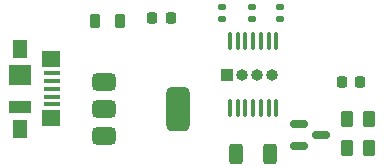
<source format=gbr>
%TF.GenerationSoftware,KiCad,Pcbnew,8.0.5*%
%TF.CreationDate,2025-01-07T00:48:21+01:00*%
%TF.ProjectId,my_Project3,6d795f50-726f-46a6-9563-74332e6b6963,rev?*%
%TF.SameCoordinates,Original*%
%TF.FileFunction,Soldermask,Top*%
%TF.FilePolarity,Negative*%
%FSLAX46Y46*%
G04 Gerber Fmt 4.6, Leading zero omitted, Abs format (unit mm)*
G04 Created by KiCad (PCBNEW 8.0.5) date 2025-01-07 00:48:21*
%MOMM*%
%LPD*%
G01*
G04 APERTURE LIST*
G04 Aperture macros list*
%AMRoundRect*
0 Rectangle with rounded corners*
0 $1 Rounding radius*
0 $2 $3 $4 $5 $6 $7 $8 $9 X,Y pos of 4 corners*
0 Add a 4 corners polygon primitive as box body*
4,1,4,$2,$3,$4,$5,$6,$7,$8,$9,$2,$3,0*
0 Add four circle primitives for the rounded corners*
1,1,$1+$1,$2,$3*
1,1,$1+$1,$4,$5*
1,1,$1+$1,$6,$7*
1,1,$1+$1,$8,$9*
0 Add four rect primitives between the rounded corners*
20,1,$1+$1,$2,$3,$4,$5,0*
20,1,$1+$1,$4,$5,$6,$7,0*
20,1,$1+$1,$6,$7,$8,$9,0*
20,1,$1+$1,$8,$9,$2,$3,0*%
G04 Aperture macros list end*
%ADD10R,1.000000X1.000000*%
%ADD11O,1.000000X1.000000*%
%ADD12R,1.380000X0.450000*%
%ADD13R,1.300000X1.650000*%
%ADD14R,1.550000X1.425000*%
%ADD15R,1.900000X1.800000*%
%ADD16R,1.900000X1.000000*%
%ADD17RoundRect,0.225000X-0.225000X-0.250000X0.225000X-0.250000X0.225000X0.250000X-0.225000X0.250000X0*%
%ADD18RoundRect,0.250000X-0.312500X-0.625000X0.312500X-0.625000X0.312500X0.625000X-0.312500X0.625000X0*%
%ADD19RoundRect,0.150000X-0.587500X-0.150000X0.587500X-0.150000X0.587500X0.150000X-0.587500X0.150000X0*%
%ADD20RoundRect,0.250000X-0.262500X-0.450000X0.262500X-0.450000X0.262500X0.450000X-0.262500X0.450000X0*%
%ADD21RoundRect,0.140000X0.170000X-0.140000X0.170000X0.140000X-0.170000X0.140000X-0.170000X-0.140000X0*%
%ADD22RoundRect,0.100000X0.100000X-0.637500X0.100000X0.637500X-0.100000X0.637500X-0.100000X-0.637500X0*%
%ADD23RoundRect,0.218750X-0.218750X-0.381250X0.218750X-0.381250X0.218750X0.381250X-0.218750X0.381250X0*%
%ADD24RoundRect,0.375000X-0.625000X-0.375000X0.625000X-0.375000X0.625000X0.375000X-0.625000X0.375000X0*%
%ADD25RoundRect,0.500000X-0.500000X-1.400000X0.500000X-1.400000X0.500000X1.400000X-0.500000X1.400000X0*%
G04 APERTURE END LIST*
D10*
%TO.C,J1*%
X136180000Y-79396000D03*
D11*
X137450000Y-79396000D03*
X138720000Y-79396000D03*
X139990000Y-79396000D03*
%TD*%
D12*
%TO.C,J2*%
X121365000Y-79308500D03*
X121365000Y-79958500D03*
X121365000Y-80608500D03*
X121365000Y-81258500D03*
X121365000Y-81908500D03*
D13*
X118705000Y-77233500D03*
D14*
X121280000Y-78121000D03*
D15*
X118705000Y-79458500D03*
D16*
X118705000Y-82158500D03*
D14*
X121280000Y-83096000D03*
D13*
X118705000Y-83983500D03*
%TD*%
D17*
%TO.C,C4*%
X129880000Y-74596000D03*
X131430000Y-74596000D03*
%TD*%
D18*
%TO.C,R3*%
X136930000Y-86096000D03*
X139855000Y-86096000D03*
%TD*%
D19*
%TO.C,Q1*%
X142305000Y-83546000D03*
X142305000Y-85446000D03*
X144180000Y-84496000D03*
%TD*%
D17*
%TO.C,C5*%
X145915000Y-80036000D03*
X147465000Y-80036000D03*
%TD*%
D20*
%TO.C,R2*%
X146355000Y-85596000D03*
X148180000Y-85596000D03*
%TD*%
D21*
%TO.C,C2*%
X138280000Y-74676000D03*
X138280000Y-73716000D03*
%TD*%
%TO.C,C1*%
X135780000Y-74676000D03*
X135780000Y-73716000D03*
%TD*%
%TO.C,C3*%
X140680000Y-74676000D03*
X140680000Y-73716000D03*
%TD*%
D22*
%TO.C,U1*%
X136463500Y-82242500D03*
X137113500Y-82242500D03*
X137763500Y-82242500D03*
X138413500Y-82242500D03*
X139063500Y-82242500D03*
X139713500Y-82242500D03*
X140363500Y-82242500D03*
X140363500Y-76517500D03*
X139713500Y-76517500D03*
X139063500Y-76517500D03*
X138413500Y-76517500D03*
X137763500Y-76517500D03*
X137113500Y-76517500D03*
X136463500Y-76517500D03*
%TD*%
D20*
%TO.C,R1*%
X146380000Y-83196000D03*
X148205000Y-83196000D03*
%TD*%
D23*
%TO.C,FB1*%
X125055000Y-74896000D03*
X127180000Y-74896000D03*
%TD*%
D24*
%TO.C,U2*%
X125780000Y-79996000D03*
X125780000Y-82296000D03*
D25*
X132080000Y-82296000D03*
D24*
X125780000Y-84596000D03*
%TD*%
M02*

</source>
